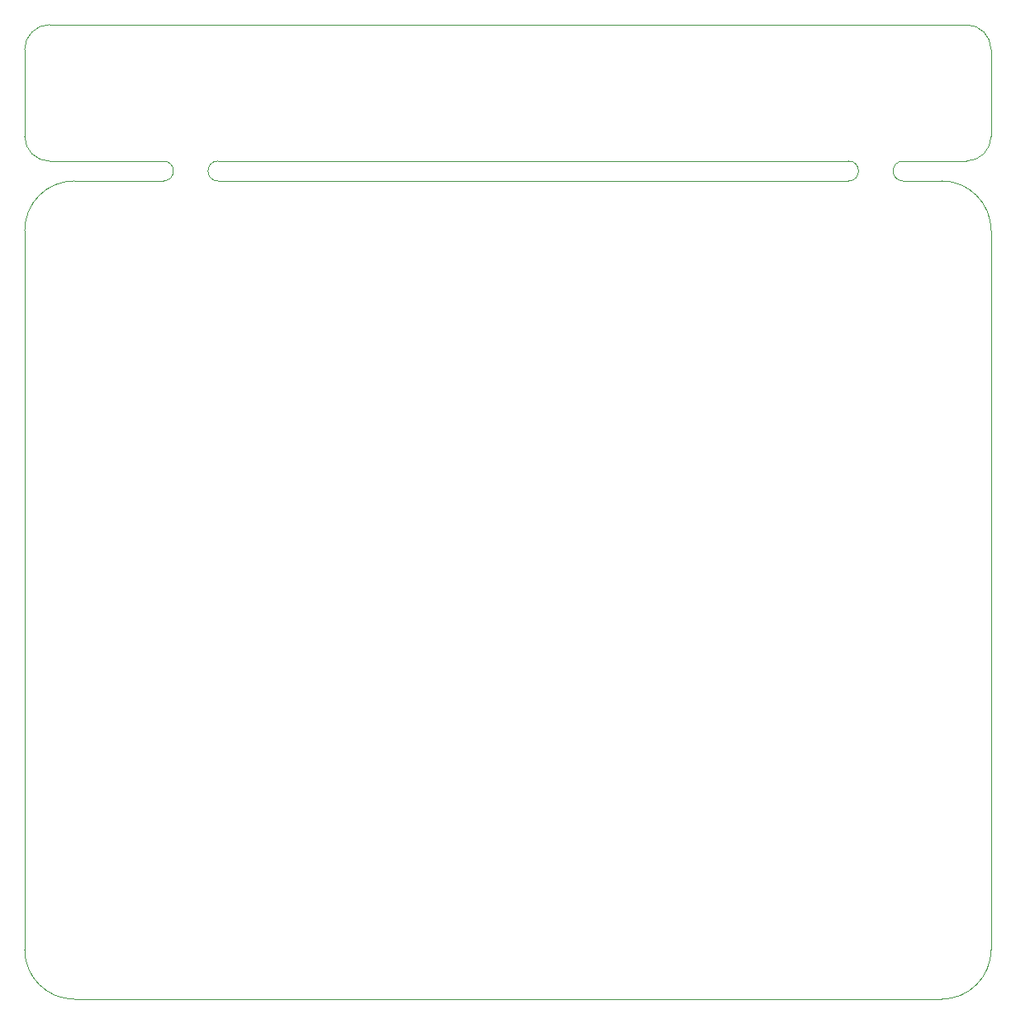
<source format=gbr>
%TF.GenerationSoftware,KiCad,Pcbnew,8.0.1*%
%TF.CreationDate,2024-04-01T19:00:04-04:00*%
%TF.ProjectId,Reflow Plate,5265666c-6f77-4205-906c-6174652e6b69,rev?*%
%TF.SameCoordinates,Original*%
%TF.FileFunction,Profile,NP*%
%FSLAX46Y46*%
G04 Gerber Fmt 4.6, Leading zero omitted, Abs format (unit mm)*
G04 Created by KiCad (PCBNEW 8.0.1) date 2024-04-01 19:00:04*
%MOMM*%
%LPD*%
G01*
G04 APERTURE LIST*
%TA.AperFunction,Profile*%
%ADD10C,0.100000*%
%TD*%
G04 APERTURE END LIST*
D10*
X104394000Y-49530000D02*
G75*
G02*
X104394000Y-51562000I0J-1016000D01*
G01*
X189230000Y-130302000D02*
X189230000Y-56642000D01*
X186690000Y-35560000D02*
G75*
G02*
X189230000Y-38100000I0J-2540000D01*
G01*
X109982000Y-49530000D02*
X144018000Y-49530000D01*
X174625000Y-49530000D02*
G75*
G02*
X174625000Y-51562000I0J-1016000D01*
G01*
X174625000Y-51562000D02*
X144018000Y-51562000D01*
X144018000Y-49530000D02*
X174625000Y-49530000D01*
X95250000Y-135382000D02*
G75*
G02*
X90170000Y-130302000I0J5080000D01*
G01*
X95250000Y-135382000D02*
X184150000Y-135382000D01*
X184150000Y-51562000D02*
X180213000Y-51562000D01*
X90170000Y-38100000D02*
G75*
G02*
X92710000Y-35560000I2540000J0D01*
G01*
X92710000Y-35560000D02*
X186690000Y-35560000D01*
X189230000Y-46990000D02*
G75*
G02*
X186690000Y-49530000I-2540000J0D01*
G01*
X180213000Y-51562000D02*
G75*
G02*
X180213000Y-49530000I0J1016000D01*
G01*
X104394000Y-49530000D02*
X92710000Y-49530000D01*
X144018000Y-51562000D02*
X109982000Y-51562000D01*
X90170000Y-56642000D02*
X90170000Y-130302000D01*
X90170000Y-56642000D02*
G75*
G02*
X95250000Y-51562000I5080000J0D01*
G01*
X180213000Y-49530000D02*
X186690000Y-49530000D01*
X184150000Y-51562000D02*
G75*
G02*
X189230000Y-56642000I0J-5080000D01*
G01*
X109982000Y-51562000D02*
G75*
G02*
X109982000Y-49530000I0J1016000D01*
G01*
X92710000Y-49530000D02*
G75*
G02*
X90170000Y-46990000I0J2540000D01*
G01*
X90170000Y-46990000D02*
X90170000Y-38100000D01*
X189230000Y-38100000D02*
X189230000Y-46990000D01*
X95250000Y-51562000D02*
X104394000Y-51562000D01*
X189230000Y-130302000D02*
G75*
G02*
X184150000Y-135382000I-5080000J0D01*
G01*
M02*

</source>
